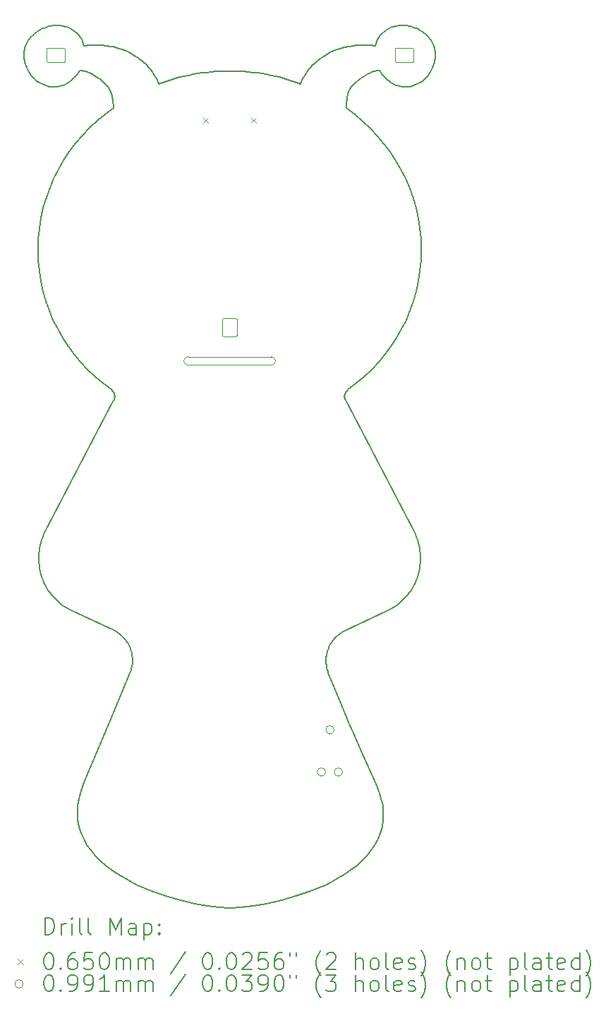
<source format=gbr>
%TF.GenerationSoftware,KiCad,Pcbnew,8.0.8*%
%TF.CreationDate,2025-01-29T17:43:01+00:00*%
%TF.ProjectId,mariposa,6d617269-706f-4736-912e-6b696361645f,2.0*%
%TF.SameCoordinates,Original*%
%TF.FileFunction,Drillmap*%
%TF.FilePolarity,Positive*%
%FSLAX45Y45*%
G04 Gerber Fmt 4.5, Leading zero omitted, Abs format (unit mm)*
G04 Created by KiCad (PCBNEW 8.0.8) date 2025-01-29 17:43:01*
%MOMM*%
%LPD*%
G01*
G04 APERTURE LIST*
%ADD10C,0.050000*%
%ADD11C,0.201083*%
%ADD12C,0.200000*%
%ADD13C,0.100000*%
G04 APERTURE END LIST*
D10*
X14450000Y-7630000D02*
G75*
G02*
X14500000Y-7580000I50000J0D01*
G01*
X14500000Y-7680000D02*
G75*
G02*
X14450000Y-7630000I0J50000D01*
G01*
D11*
X17089496Y-3604584D02*
X17109403Y-3605977D01*
X17129287Y-3608326D01*
X17149095Y-3611617D01*
X17168777Y-3615833D01*
X17188281Y-3620962D01*
X17207555Y-3626987D01*
X17226547Y-3633894D01*
X17245206Y-3641669D01*
X17263480Y-3650296D01*
X17281318Y-3659761D01*
X17298668Y-3670048D01*
X17315478Y-3681143D01*
X17331697Y-3693032D01*
X17347273Y-3705699D01*
X17362154Y-3719129D01*
X17376289Y-3733308D01*
X17389627Y-3748221D01*
X17402115Y-3763853D01*
X17413702Y-3780190D01*
X17424336Y-3797215D01*
X17433966Y-3814916D01*
X17442540Y-3833276D01*
X17450007Y-3852281D01*
X17456790Y-3873634D01*
X17462016Y-3895188D01*
X17465726Y-3916884D01*
X17467962Y-3938663D01*
X17468765Y-3960465D01*
X17468176Y-3982232D01*
X17466237Y-4003904D01*
X17462989Y-4025422D01*
X17458474Y-4046727D01*
X17452733Y-4067761D01*
X17445807Y-4088463D01*
X17437737Y-4108774D01*
X17428566Y-4128637D01*
X17418334Y-4147990D01*
X17407084Y-4166776D01*
X17394855Y-4184935D01*
X17381690Y-4202408D01*
X17367630Y-4219136D01*
X17352716Y-4235060D01*
X17336990Y-4250120D01*
X17320494Y-4264258D01*
X17303268Y-4277414D01*
X17285353Y-4289529D01*
X17266792Y-4300544D01*
X17247626Y-4310400D01*
X17227896Y-4319038D01*
X17207643Y-4326399D01*
X17186909Y-4332423D01*
X17165736Y-4337052D01*
X17144164Y-4340226D01*
X17122235Y-4341885D01*
X17099990Y-4341972D01*
X17080898Y-4340812D01*
X17062472Y-4338627D01*
X17044709Y-4335488D01*
X17027605Y-4331464D01*
X17011155Y-4326625D01*
X16995357Y-4321039D01*
X16980205Y-4314778D01*
X16965696Y-4307910D01*
X16951825Y-4300504D01*
X16938590Y-4292631D01*
X16925986Y-4284361D01*
X16914008Y-4275761D01*
X16891919Y-4257856D01*
X16872289Y-4239473D01*
X16855088Y-4221167D01*
X16840283Y-4203497D01*
X16827843Y-4187017D01*
X16817736Y-4172286D01*
X16804395Y-4150294D01*
X16800004Y-4141974D01*
X16793662Y-4142528D01*
X16785999Y-4143533D01*
X16775574Y-4145300D01*
X16762563Y-4148036D01*
X16747143Y-4151949D01*
X16729488Y-4157246D01*
X16709775Y-4164136D01*
X16688178Y-4172826D01*
X16676728Y-4177910D01*
X16664873Y-4183523D01*
X16652635Y-4189689D01*
X16640036Y-4196435D01*
X16627098Y-4203787D01*
X16613843Y-4211771D01*
X16600292Y-4220412D01*
X16586469Y-4229736D01*
X16572393Y-4239770D01*
X16558089Y-4250540D01*
X16543577Y-4262071D01*
X16528879Y-4274389D01*
X16514018Y-4287520D01*
X16499015Y-4301491D01*
X16490607Y-4309799D01*
X16482718Y-4318145D01*
X16475332Y-4326530D01*
X16468431Y-4334957D01*
X16461996Y-4343428D01*
X16456010Y-4351944D01*
X16450455Y-4360508D01*
X16445315Y-4369122D01*
X16436203Y-4386504D01*
X16428534Y-4404109D01*
X16422165Y-4421950D01*
X16416955Y-4440044D01*
X16412761Y-4458405D01*
X16409443Y-4477051D01*
X16406859Y-4495996D01*
X16404867Y-4515257D01*
X16402091Y-4554785D01*
X16399982Y-4595761D01*
X16500254Y-4671898D01*
X16595741Y-4753072D01*
X16686210Y-4839068D01*
X16771429Y-4929667D01*
X16851166Y-5024655D01*
X16925188Y-5123813D01*
X16993263Y-5226926D01*
X17055159Y-5333776D01*
X17110644Y-5444148D01*
X17159484Y-5557823D01*
X17201448Y-5674587D01*
X17236303Y-5794221D01*
X17263817Y-5916510D01*
X17283757Y-6041237D01*
X17290815Y-6104447D01*
X17295892Y-6168185D01*
X17298960Y-6232424D01*
X17299989Y-6297137D01*
X17296067Y-6425224D01*
X17284433Y-6550978D01*
X17265282Y-6674235D01*
X17238809Y-6794828D01*
X17205211Y-6912592D01*
X17164683Y-7027361D01*
X17117420Y-7138970D01*
X17063620Y-7247253D01*
X17003476Y-7352044D01*
X16937185Y-7453178D01*
X16864942Y-7550490D01*
X16786944Y-7643813D01*
X16703386Y-7732981D01*
X16614463Y-7817831D01*
X16520371Y-7898195D01*
X16421307Y-7973908D01*
X16417588Y-7976695D01*
X16414031Y-7979624D01*
X16410640Y-7982689D01*
X16407414Y-7985884D01*
X16404356Y-7989201D01*
X16401467Y-7992634D01*
X16398749Y-7996177D01*
X16396203Y-7999823D01*
X16393831Y-8003566D01*
X16391634Y-8007400D01*
X16389614Y-8011316D01*
X16387772Y-8015310D01*
X16386111Y-8019375D01*
X16384631Y-8023504D01*
X16383334Y-8027690D01*
X16382221Y-8031928D01*
X16381295Y-8036210D01*
X16380557Y-8040530D01*
X16380008Y-8044881D01*
X16379650Y-8049258D01*
X16379484Y-8053653D01*
X16379512Y-8058060D01*
X16379735Y-8062473D01*
X16380156Y-8066884D01*
X16380775Y-8071288D01*
X16381594Y-8075678D01*
X16382615Y-8080048D01*
X16383839Y-8084390D01*
X16385268Y-8088699D01*
X16386904Y-8092967D01*
X16388747Y-8097189D01*
X16390800Y-8101358D01*
X17211538Y-9674756D01*
X17227250Y-9706837D01*
X17241245Y-9739524D01*
X17253516Y-9772751D01*
X17264060Y-9806450D01*
X17272870Y-9840554D01*
X17279941Y-9874995D01*
X17285270Y-9909706D01*
X17288849Y-9944620D01*
X17290675Y-9979670D01*
X17290743Y-10014788D01*
X17289046Y-10049907D01*
X17285580Y-10084959D01*
X17280340Y-10119878D01*
X17273321Y-10154595D01*
X17264517Y-10189044D01*
X17253924Y-10223157D01*
X17241602Y-10256686D01*
X17227655Y-10289393D01*
X17212129Y-10321228D01*
X17195067Y-10352141D01*
X17176514Y-10382082D01*
X17156517Y-10410999D01*
X17135119Y-10438844D01*
X17112366Y-10465565D01*
X17088303Y-10491113D01*
X17062974Y-10515437D01*
X17036425Y-10538487D01*
X17008700Y-10560212D01*
X16979845Y-10580563D01*
X16949905Y-10599489D01*
X16918924Y-10616939D01*
X16886947Y-10632864D01*
X16388261Y-10865592D01*
X16370624Y-10874350D01*
X16353598Y-10883859D01*
X16337195Y-10894092D01*
X16321427Y-10905018D01*
X16306305Y-10916609D01*
X16291842Y-10928835D01*
X16278048Y-10941667D01*
X16264935Y-10955077D01*
X16252516Y-10969034D01*
X16240801Y-10983510D01*
X16229803Y-10998476D01*
X16219533Y-11013901D01*
X16210002Y-11029758D01*
X16201223Y-11046017D01*
X16193207Y-11062648D01*
X16185966Y-11079623D01*
X16179512Y-11096912D01*
X16173855Y-11114487D01*
X16169008Y-11132317D01*
X16164983Y-11150374D01*
X16161791Y-11168629D01*
X16159444Y-11187052D01*
X16157954Y-11205614D01*
X16157331Y-11224286D01*
X16157589Y-11243039D01*
X16158737Y-11261844D01*
X16160790Y-11280671D01*
X16163757Y-11299491D01*
X16167650Y-11318275D01*
X16172482Y-11336995D01*
X16178264Y-11355620D01*
X16185008Y-11374121D01*
X16297874Y-11655828D01*
X16434146Y-11984475D01*
X16508957Y-12159323D01*
X16587097Y-12337411D01*
X16667725Y-12515909D01*
X16749999Y-12691984D01*
X16790814Y-12788669D01*
X16819882Y-12881865D01*
X16837762Y-12971600D01*
X16845014Y-13057901D01*
X16842195Y-13140797D01*
X16829863Y-13220315D01*
X16808578Y-13296481D01*
X16778898Y-13369324D01*
X16741380Y-13438871D01*
X16696585Y-13505150D01*
X16645069Y-13568188D01*
X16587393Y-13628012D01*
X16524113Y-13684650D01*
X16455789Y-13738129D01*
X16382978Y-13788478D01*
X16306240Y-13835722D01*
X16226133Y-13879891D01*
X16143216Y-13921010D01*
X16058046Y-13959109D01*
X15971182Y-13994214D01*
X15794608Y-14055552D01*
X15617961Y-14105245D01*
X15445707Y-14143513D01*
X15282316Y-14170574D01*
X15132255Y-14186650D01*
X14999992Y-14191960D01*
X14876518Y-14186650D01*
X14734075Y-14170574D01*
X14577129Y-14143513D01*
X14410148Y-14105245D01*
X14237601Y-14055552D01*
X14063955Y-13994214D01*
X13893679Y-13921010D01*
X13731239Y-13835722D01*
X13654354Y-13788478D01*
X13581103Y-13738129D01*
X13512046Y-13684650D01*
X13447741Y-13628012D01*
X13388745Y-13568188D01*
X13335618Y-13505150D01*
X13288918Y-13438871D01*
X13249204Y-13369324D01*
X13217033Y-13296481D01*
X13192965Y-13220315D01*
X13177558Y-13140797D01*
X13171371Y-13057901D01*
X13174961Y-12971600D01*
X13188888Y-12881865D01*
X13213709Y-12788669D01*
X13249984Y-12691984D01*
X13555298Y-11972036D01*
X13803680Y-11377323D01*
X13810870Y-11358698D01*
X13817073Y-11339930D01*
X13822303Y-11321050D01*
X13826570Y-11302089D01*
X13829886Y-11283076D01*
X13832264Y-11264043D01*
X13833715Y-11245020D01*
X13834251Y-11226037D01*
X13833883Y-11207125D01*
X13832624Y-11188314D01*
X13830486Y-11169635D01*
X13827479Y-11151117D01*
X13823617Y-11132792D01*
X13818910Y-11114690D01*
X13813372Y-11096841D01*
X13807012Y-11079276D01*
X13799845Y-11062025D01*
X13791880Y-11045119D01*
X13783130Y-11028588D01*
X13773608Y-11012463D01*
X13763324Y-10996774D01*
X13752290Y-10981551D01*
X13740519Y-10966825D01*
X13728022Y-10952627D01*
X13714811Y-10938986D01*
X13700898Y-10925933D01*
X13686294Y-10913499D01*
X13671012Y-10901715D01*
X13655064Y-10890610D01*
X13638460Y-10880214D01*
X13621214Y-10870560D01*
X13603336Y-10861676D01*
X13113036Y-10632864D01*
X13081064Y-10616939D01*
X13050086Y-10599489D01*
X13020148Y-10580563D01*
X12991295Y-10560212D01*
X12963571Y-10538487D01*
X12937022Y-10515437D01*
X12911692Y-10491113D01*
X12887628Y-10465565D01*
X12864874Y-10438844D01*
X12843474Y-10410999D01*
X12823475Y-10382082D01*
X12804921Y-10352141D01*
X12787858Y-10321228D01*
X12772329Y-10289393D01*
X12758382Y-10256686D01*
X12746059Y-10223157D01*
X12735466Y-10189044D01*
X12726663Y-10154595D01*
X12719644Y-10119878D01*
X12714404Y-10084959D01*
X12710938Y-10049907D01*
X12709241Y-10014788D01*
X12709308Y-9979670D01*
X12711134Y-9944620D01*
X12714714Y-9909706D01*
X12720042Y-9874995D01*
X12727114Y-9840554D01*
X12735924Y-9806450D01*
X12746467Y-9772751D01*
X12758739Y-9739524D01*
X12772733Y-9706837D01*
X12788445Y-9674756D01*
X13609315Y-8101411D01*
X13611370Y-8097237D01*
X13613215Y-8093010D01*
X13614852Y-8088736D01*
X13616283Y-8084422D01*
X13617508Y-8080075D01*
X13618530Y-8075700D01*
X13619350Y-8071304D01*
X13619970Y-8066894D01*
X13620614Y-8058058D01*
X13620475Y-8049244D01*
X13619565Y-8040505D01*
X13617897Y-8031891D01*
X13615484Y-8023456D01*
X13612337Y-8015252D01*
X13608470Y-8007332D01*
X13603894Y-7999746D01*
X13601344Y-7996095D01*
X13598622Y-7992548D01*
X13595729Y-7989111D01*
X13592667Y-7985790D01*
X13589437Y-7982592D01*
X13586041Y-7979524D01*
X13582480Y-7976592D01*
X13578756Y-7973802D01*
X13479677Y-7898107D01*
X13385574Y-7817760D01*
X13296640Y-7732925D01*
X13213073Y-7643768D01*
X13135067Y-7550455D01*
X13062818Y-7453152D01*
X12996522Y-7352025D01*
X12936374Y-7247240D01*
X12882570Y-7138961D01*
X12835305Y-7027355D01*
X12794775Y-6912589D01*
X12761176Y-6794826D01*
X12734703Y-6674234D01*
X12715551Y-6550978D01*
X12703917Y-6425224D01*
X12699995Y-6297137D01*
X12704118Y-6167774D01*
X12716330Y-6040429D01*
X12736397Y-5915320D01*
X12764084Y-5792667D01*
X12799156Y-5672687D01*
X12841379Y-5555601D01*
X12890518Y-5441626D01*
X12946339Y-5330982D01*
X13008607Y-5223886D01*
X13077088Y-5120559D01*
X13151546Y-5021219D01*
X13231747Y-4926084D01*
X13317458Y-4835374D01*
X13408442Y-4749307D01*
X13504466Y-4668102D01*
X13605294Y-4591977D01*
X13604201Y-4571494D01*
X13602982Y-4551460D01*
X13601509Y-4531847D01*
X13600639Y-4522190D01*
X13599657Y-4512629D01*
X13598472Y-4502551D01*
X13597128Y-4492576D01*
X13595604Y-4482698D01*
X13593883Y-4472915D01*
X13591947Y-4463220D01*
X13589776Y-4453611D01*
X13587352Y-4444082D01*
X13584657Y-4434629D01*
X13581906Y-4425973D01*
X13578893Y-4417376D01*
X13575604Y-4408835D01*
X13572023Y-4400346D01*
X13568137Y-4391908D01*
X13563929Y-4383516D01*
X13559387Y-4375168D01*
X13554494Y-4366860D01*
X13549237Y-4358590D01*
X13543600Y-4350354D01*
X13537570Y-4342149D01*
X13531131Y-4333973D01*
X13524268Y-4325822D01*
X13516968Y-4317694D01*
X13509216Y-4309584D01*
X13500996Y-4301491D01*
X13471127Y-4274389D01*
X13441914Y-4250540D01*
X13413532Y-4229736D01*
X13386156Y-4211771D01*
X13359962Y-4196435D01*
X13335125Y-4183523D01*
X13311821Y-4172826D01*
X13290225Y-4164136D01*
X13270513Y-4157246D01*
X13252859Y-4151949D01*
X13224432Y-4145300D01*
X13206346Y-4142528D01*
X13200005Y-4141974D01*
X13195614Y-4150294D01*
X13190076Y-4159859D01*
X13182269Y-4172286D01*
X13172160Y-4187017D01*
X13159718Y-4203497D01*
X13144911Y-4221167D01*
X13127708Y-4239473D01*
X13118197Y-4248689D01*
X13108076Y-4257856D01*
X13097339Y-4266903D01*
X13085983Y-4275761D01*
X13074005Y-4284361D01*
X13061400Y-4292631D01*
X13048163Y-4300504D01*
X13034292Y-4307910D01*
X13019782Y-4314778D01*
X13004630Y-4321039D01*
X12988830Y-4326625D01*
X12972380Y-4331464D01*
X12955276Y-4335488D01*
X12937512Y-4338627D01*
X12919086Y-4340812D01*
X12899994Y-4341972D01*
X12877749Y-4341885D01*
X12855820Y-4340226D01*
X12834248Y-4337052D01*
X12813075Y-4332423D01*
X12792341Y-4326399D01*
X12772088Y-4319038D01*
X12752358Y-4310400D01*
X12733192Y-4300544D01*
X12714631Y-4289529D01*
X12696717Y-4277414D01*
X12679491Y-4264258D01*
X12662995Y-4250120D01*
X12647270Y-4235060D01*
X12632356Y-4219136D01*
X12618297Y-4202408D01*
X12605133Y-4184935D01*
X12592905Y-4166776D01*
X12581654Y-4147990D01*
X12571424Y-4128637D01*
X12562253Y-4108774D01*
X12554185Y-4088463D01*
X12547260Y-4067761D01*
X12541520Y-4046727D01*
X12537006Y-4025422D01*
X12533760Y-4003904D01*
X12531822Y-3982232D01*
X12531235Y-3960465D01*
X12532040Y-3938663D01*
X12534277Y-3916884D01*
X12537990Y-3895188D01*
X12543218Y-3873634D01*
X12550003Y-3852281D01*
X12557467Y-3833276D01*
X12566039Y-3814916D01*
X12575667Y-3797215D01*
X12586300Y-3780190D01*
X12597885Y-3763853D01*
X12610371Y-3748221D01*
X12623707Y-3733308D01*
X12637841Y-3719129D01*
X12652721Y-3705699D01*
X12668296Y-3693032D01*
X12684514Y-3681143D01*
X12701323Y-3670048D01*
X12718672Y-3659761D01*
X12736509Y-3650296D01*
X12754782Y-3641669D01*
X12773440Y-3633894D01*
X12792432Y-3626987D01*
X12811705Y-3620962D01*
X12831209Y-3615833D01*
X12850890Y-3611617D01*
X12870698Y-3608326D01*
X12890582Y-3605977D01*
X12910488Y-3604584D01*
X12930367Y-3604163D01*
X12950166Y-3604726D01*
X12969833Y-3606291D01*
X12989318Y-3608871D01*
X13008567Y-3612481D01*
X13027530Y-3617136D01*
X13046156Y-3622850D01*
X13064392Y-3629640D01*
X13082186Y-3637519D01*
X13096318Y-3644688D01*
X13109639Y-3652205D01*
X13122172Y-3660032D01*
X13133942Y-3668131D01*
X13144971Y-3676465D01*
X13155285Y-3684996D01*
X13164906Y-3693686D01*
X13173859Y-3702497D01*
X13182167Y-3711392D01*
X13189854Y-3720333D01*
X13196944Y-3729282D01*
X13203460Y-3738202D01*
X13214868Y-3755802D01*
X13224267Y-3772830D01*
X13231848Y-3788986D01*
X13237801Y-3803968D01*
X13242316Y-3817472D01*
X13245584Y-3829199D01*
X13249138Y-3846108D01*
X13249984Y-3852281D01*
X13266212Y-3849684D01*
X13311426Y-3844623D01*
X13343277Y-3842449D01*
X13380423Y-3841196D01*
X13422213Y-3841376D01*
X13467997Y-3843500D01*
X13517125Y-3848082D01*
X13568945Y-3855634D01*
X13595662Y-3860683D01*
X13622808Y-3866667D01*
X13650302Y-3873649D01*
X13678062Y-3881693D01*
X13706008Y-3890865D01*
X13734057Y-3901226D01*
X13762130Y-3912842D01*
X13790144Y-3925777D01*
X13818017Y-3940094D01*
X13845670Y-3955858D01*
X13873020Y-3973132D01*
X13899986Y-3991981D01*
X13922209Y-4008928D01*
X13943625Y-4026491D01*
X13964218Y-4044610D01*
X13983973Y-4063226D01*
X14002874Y-4082280D01*
X14020905Y-4101712D01*
X14038052Y-4121462D01*
X14054298Y-4141471D01*
X14069628Y-4161680D01*
X14084027Y-4182029D01*
X14097479Y-4202459D01*
X14109968Y-4222911D01*
X14121480Y-4243324D01*
X14131998Y-4263640D01*
X14141507Y-4283798D01*
X14149992Y-4303740D01*
X14199580Y-4285937D01*
X14249712Y-4269179D01*
X14300372Y-4253480D01*
X14351544Y-4238855D01*
X14403214Y-4225317D01*
X14455365Y-4212882D01*
X14507983Y-4201563D01*
X14561052Y-4191375D01*
X14614556Y-4182332D01*
X14668481Y-4174448D01*
X14722810Y-4167738D01*
X14777529Y-4162216D01*
X14832622Y-4157896D01*
X14888074Y-4154792D01*
X14943869Y-4152920D01*
X14999992Y-4152292D01*
X15056115Y-4152920D01*
X15111910Y-4154792D01*
X15167362Y-4157896D01*
X15222455Y-4162216D01*
X15277174Y-4167738D01*
X15331504Y-4174448D01*
X15385428Y-4182332D01*
X15438933Y-4191375D01*
X15492002Y-4201563D01*
X15544619Y-4212882D01*
X15596770Y-4225317D01*
X15648440Y-4238855D01*
X15699612Y-4253480D01*
X15750272Y-4269179D01*
X15849992Y-4303740D01*
X15858476Y-4283798D01*
X15867986Y-4263640D01*
X15878504Y-4243324D01*
X15890015Y-4222911D01*
X15902505Y-4202459D01*
X15915956Y-4182029D01*
X15930355Y-4161680D01*
X15945685Y-4141471D01*
X15961931Y-4121462D01*
X15979078Y-4101712D01*
X15997109Y-4082280D01*
X16016010Y-4063226D01*
X16035765Y-4044610D01*
X16056358Y-4026491D01*
X16077774Y-4008928D01*
X16099998Y-3991981D01*
X16126964Y-3973132D01*
X16154314Y-3955858D01*
X16181966Y-3940094D01*
X16209840Y-3925777D01*
X16265926Y-3901226D01*
X16321921Y-3881693D01*
X16377176Y-3866667D01*
X16431038Y-3855634D01*
X16482858Y-3848082D01*
X16531986Y-3843500D01*
X16577770Y-3841376D01*
X16619560Y-3841196D01*
X16688557Y-3844623D01*
X16749999Y-3852281D01*
X16750846Y-3846108D01*
X16752189Y-3838845D01*
X16754400Y-3829199D01*
X16757667Y-3817472D01*
X16762183Y-3803968D01*
X16768136Y-3788986D01*
X16771711Y-3781036D01*
X16775716Y-3772830D01*
X16780177Y-3764406D01*
X16785116Y-3755802D01*
X16790556Y-3747054D01*
X16796523Y-3738202D01*
X16803040Y-3729282D01*
X16810129Y-3720333D01*
X16817816Y-3711392D01*
X16826124Y-3702497D01*
X16835077Y-3693686D01*
X16844698Y-3684996D01*
X16855012Y-3676465D01*
X16866042Y-3668131D01*
X16877811Y-3660032D01*
X16890345Y-3652205D01*
X16903665Y-3644688D01*
X16917797Y-3637519D01*
X16935592Y-3629640D01*
X16953828Y-3622850D01*
X16972453Y-3617136D01*
X16991417Y-3612481D01*
X17010666Y-3608871D01*
X17030151Y-3606291D01*
X17049818Y-3604726D01*
X17069617Y-3604163D01*
X17089496Y-3604584D01*
D10*
X14500000Y-7680000D02*
X15500000Y-7680000D01*
X15550000Y-7630000D02*
G75*
G02*
X15500000Y-7680000I-50000J0D01*
G01*
X15500000Y-7580000D02*
G75*
G02*
X15550000Y-7630000I0J-50000D01*
G01*
X15500000Y-7580000D02*
X14500000Y-7580000D01*
X14925000Y-7118268D02*
X15075000Y-7118268D01*
X14915000Y-7328268D02*
X14915000Y-7128268D01*
X15085000Y-7128268D02*
X15085000Y-7328268D01*
X15075000Y-7338268D02*
X14925000Y-7338268D01*
X14915000Y-7128268D02*
G75*
G02*
X14925000Y-7118268I10000J0D01*
G01*
X15075000Y-7118268D02*
G75*
G02*
X15085000Y-7128268I0J-10000D01*
G01*
X14925000Y-7338268D02*
G75*
G02*
X14915000Y-7328268I0J10000D01*
G01*
X15085000Y-7328268D02*
G75*
G02*
X15075000Y-7338268I-10000J0D01*
G01*
X12802000Y-4035000D02*
X12802000Y-3885000D01*
X13012000Y-4045000D02*
X12812000Y-4045000D01*
X12812000Y-3875000D02*
X13012000Y-3875000D01*
X13022000Y-3885000D02*
X13022000Y-4035000D01*
X12812000Y-4045000D02*
G75*
G02*
X12802000Y-4035000I0J10000D01*
G01*
X12802000Y-3885000D02*
G75*
G02*
X12812000Y-3875000I10000J0D01*
G01*
X13022000Y-4035000D02*
G75*
G02*
X13012000Y-4045000I-10000J0D01*
G01*
X13012000Y-3875000D02*
G75*
G02*
X13022000Y-3885000I0J-10000D01*
G01*
X17205000Y-3885000D02*
X17205000Y-4035000D01*
X16995000Y-3875000D02*
X17195000Y-3875000D01*
X17195000Y-4045000D02*
X16995000Y-4045000D01*
X16985000Y-4035000D02*
X16985000Y-3885000D01*
X17195000Y-3875000D02*
G75*
G02*
X17205000Y-3885000I0J-10000D01*
G01*
X17205000Y-4035000D02*
G75*
G02*
X17195000Y-4045000I-10000J0D01*
G01*
X16985000Y-3885000D02*
G75*
G02*
X16995000Y-3875000I10000J0D01*
G01*
X16995000Y-4045000D02*
G75*
G02*
X16985000Y-4035000I0J10000D01*
G01*
D12*
D13*
X14678500Y-4710693D02*
X14743500Y-4775693D01*
X14743500Y-4710693D02*
X14678500Y-4775693D01*
X15256500Y-4710693D02*
X15321500Y-4775693D01*
X15321500Y-4710693D02*
X15256500Y-4775693D01*
X16151430Y-12564000D02*
G75*
G02*
X16052370Y-12564000I-49530J0D01*
G01*
X16052370Y-12564000D02*
G75*
G02*
X16151430Y-12564000I49530J0D01*
G01*
X16253030Y-12056000D02*
G75*
G02*
X16153970Y-12056000I-49530J0D01*
G01*
X16153970Y-12056000D02*
G75*
G02*
X16253030Y-12056000I49530J0D01*
G01*
X16354630Y-12564000D02*
G75*
G02*
X16255570Y-12564000I-49530J0D01*
G01*
X16255570Y-12564000D02*
G75*
G02*
X16354630Y-12564000I49530J0D01*
G01*
D12*
X12781958Y-14513498D02*
X12781958Y-14313498D01*
X12781958Y-14313498D02*
X12829577Y-14313498D01*
X12829577Y-14313498D02*
X12858148Y-14323022D01*
X12858148Y-14323022D02*
X12877196Y-14342069D01*
X12877196Y-14342069D02*
X12886720Y-14361117D01*
X12886720Y-14361117D02*
X12896244Y-14399212D01*
X12896244Y-14399212D02*
X12896244Y-14427784D01*
X12896244Y-14427784D02*
X12886720Y-14465879D01*
X12886720Y-14465879D02*
X12877196Y-14484926D01*
X12877196Y-14484926D02*
X12858148Y-14503974D01*
X12858148Y-14503974D02*
X12829577Y-14513498D01*
X12829577Y-14513498D02*
X12781958Y-14513498D01*
X12981958Y-14513498D02*
X12981958Y-14380164D01*
X12981958Y-14418260D02*
X12991482Y-14399212D01*
X12991482Y-14399212D02*
X13001005Y-14389688D01*
X13001005Y-14389688D02*
X13020053Y-14380164D01*
X13020053Y-14380164D02*
X13039101Y-14380164D01*
X13105767Y-14513498D02*
X13105767Y-14380164D01*
X13105767Y-14313498D02*
X13096244Y-14323022D01*
X13096244Y-14323022D02*
X13105767Y-14332545D01*
X13105767Y-14332545D02*
X13115291Y-14323022D01*
X13115291Y-14323022D02*
X13105767Y-14313498D01*
X13105767Y-14313498D02*
X13105767Y-14332545D01*
X13229577Y-14513498D02*
X13210529Y-14503974D01*
X13210529Y-14503974D02*
X13201005Y-14484926D01*
X13201005Y-14484926D02*
X13201005Y-14313498D01*
X13334339Y-14513498D02*
X13315291Y-14503974D01*
X13315291Y-14503974D02*
X13305767Y-14484926D01*
X13305767Y-14484926D02*
X13305767Y-14313498D01*
X13562910Y-14513498D02*
X13562910Y-14313498D01*
X13562910Y-14313498D02*
X13629577Y-14456355D01*
X13629577Y-14456355D02*
X13696244Y-14313498D01*
X13696244Y-14313498D02*
X13696244Y-14513498D01*
X13877196Y-14513498D02*
X13877196Y-14408736D01*
X13877196Y-14408736D02*
X13867672Y-14389688D01*
X13867672Y-14389688D02*
X13848625Y-14380164D01*
X13848625Y-14380164D02*
X13810529Y-14380164D01*
X13810529Y-14380164D02*
X13791482Y-14389688D01*
X13877196Y-14503974D02*
X13858148Y-14513498D01*
X13858148Y-14513498D02*
X13810529Y-14513498D01*
X13810529Y-14513498D02*
X13791482Y-14503974D01*
X13791482Y-14503974D02*
X13781958Y-14484926D01*
X13781958Y-14484926D02*
X13781958Y-14465879D01*
X13781958Y-14465879D02*
X13791482Y-14446831D01*
X13791482Y-14446831D02*
X13810529Y-14437307D01*
X13810529Y-14437307D02*
X13858148Y-14437307D01*
X13858148Y-14437307D02*
X13877196Y-14427784D01*
X13972434Y-14380164D02*
X13972434Y-14580164D01*
X13972434Y-14389688D02*
X13991482Y-14380164D01*
X13991482Y-14380164D02*
X14029577Y-14380164D01*
X14029577Y-14380164D02*
X14048625Y-14389688D01*
X14048625Y-14389688D02*
X14058148Y-14399212D01*
X14058148Y-14399212D02*
X14067672Y-14418260D01*
X14067672Y-14418260D02*
X14067672Y-14475403D01*
X14067672Y-14475403D02*
X14058148Y-14494450D01*
X14058148Y-14494450D02*
X14048625Y-14503974D01*
X14048625Y-14503974D02*
X14029577Y-14513498D01*
X14029577Y-14513498D02*
X13991482Y-14513498D01*
X13991482Y-14513498D02*
X13972434Y-14503974D01*
X14153386Y-14494450D02*
X14162910Y-14503974D01*
X14162910Y-14503974D02*
X14153386Y-14513498D01*
X14153386Y-14513498D02*
X14143863Y-14503974D01*
X14143863Y-14503974D02*
X14153386Y-14494450D01*
X14153386Y-14494450D02*
X14153386Y-14513498D01*
X14153386Y-14389688D02*
X14162910Y-14399212D01*
X14162910Y-14399212D02*
X14153386Y-14408736D01*
X14153386Y-14408736D02*
X14143863Y-14399212D01*
X14143863Y-14399212D02*
X14153386Y-14389688D01*
X14153386Y-14389688D02*
X14153386Y-14408736D01*
D13*
X12456181Y-14809514D02*
X12521181Y-14874514D01*
X12521181Y-14809514D02*
X12456181Y-14874514D01*
D12*
X12820053Y-14733498D02*
X12839101Y-14733498D01*
X12839101Y-14733498D02*
X12858148Y-14743022D01*
X12858148Y-14743022D02*
X12867672Y-14752545D01*
X12867672Y-14752545D02*
X12877196Y-14771593D01*
X12877196Y-14771593D02*
X12886720Y-14809688D01*
X12886720Y-14809688D02*
X12886720Y-14857307D01*
X12886720Y-14857307D02*
X12877196Y-14895403D01*
X12877196Y-14895403D02*
X12867672Y-14914450D01*
X12867672Y-14914450D02*
X12858148Y-14923974D01*
X12858148Y-14923974D02*
X12839101Y-14933498D01*
X12839101Y-14933498D02*
X12820053Y-14933498D01*
X12820053Y-14933498D02*
X12801005Y-14923974D01*
X12801005Y-14923974D02*
X12791482Y-14914450D01*
X12791482Y-14914450D02*
X12781958Y-14895403D01*
X12781958Y-14895403D02*
X12772434Y-14857307D01*
X12772434Y-14857307D02*
X12772434Y-14809688D01*
X12772434Y-14809688D02*
X12781958Y-14771593D01*
X12781958Y-14771593D02*
X12791482Y-14752545D01*
X12791482Y-14752545D02*
X12801005Y-14743022D01*
X12801005Y-14743022D02*
X12820053Y-14733498D01*
X12972434Y-14914450D02*
X12981958Y-14923974D01*
X12981958Y-14923974D02*
X12972434Y-14933498D01*
X12972434Y-14933498D02*
X12962910Y-14923974D01*
X12962910Y-14923974D02*
X12972434Y-14914450D01*
X12972434Y-14914450D02*
X12972434Y-14933498D01*
X13153386Y-14733498D02*
X13115291Y-14733498D01*
X13115291Y-14733498D02*
X13096244Y-14743022D01*
X13096244Y-14743022D02*
X13086720Y-14752545D01*
X13086720Y-14752545D02*
X13067672Y-14781117D01*
X13067672Y-14781117D02*
X13058148Y-14819212D01*
X13058148Y-14819212D02*
X13058148Y-14895403D01*
X13058148Y-14895403D02*
X13067672Y-14914450D01*
X13067672Y-14914450D02*
X13077196Y-14923974D01*
X13077196Y-14923974D02*
X13096244Y-14933498D01*
X13096244Y-14933498D02*
X13134339Y-14933498D01*
X13134339Y-14933498D02*
X13153386Y-14923974D01*
X13153386Y-14923974D02*
X13162910Y-14914450D01*
X13162910Y-14914450D02*
X13172434Y-14895403D01*
X13172434Y-14895403D02*
X13172434Y-14847784D01*
X13172434Y-14847784D02*
X13162910Y-14828736D01*
X13162910Y-14828736D02*
X13153386Y-14819212D01*
X13153386Y-14819212D02*
X13134339Y-14809688D01*
X13134339Y-14809688D02*
X13096244Y-14809688D01*
X13096244Y-14809688D02*
X13077196Y-14819212D01*
X13077196Y-14819212D02*
X13067672Y-14828736D01*
X13067672Y-14828736D02*
X13058148Y-14847784D01*
X13353386Y-14733498D02*
X13258148Y-14733498D01*
X13258148Y-14733498D02*
X13248625Y-14828736D01*
X13248625Y-14828736D02*
X13258148Y-14819212D01*
X13258148Y-14819212D02*
X13277196Y-14809688D01*
X13277196Y-14809688D02*
X13324815Y-14809688D01*
X13324815Y-14809688D02*
X13343863Y-14819212D01*
X13343863Y-14819212D02*
X13353386Y-14828736D01*
X13353386Y-14828736D02*
X13362910Y-14847784D01*
X13362910Y-14847784D02*
X13362910Y-14895403D01*
X13362910Y-14895403D02*
X13353386Y-14914450D01*
X13353386Y-14914450D02*
X13343863Y-14923974D01*
X13343863Y-14923974D02*
X13324815Y-14933498D01*
X13324815Y-14933498D02*
X13277196Y-14933498D01*
X13277196Y-14933498D02*
X13258148Y-14923974D01*
X13258148Y-14923974D02*
X13248625Y-14914450D01*
X13486720Y-14733498D02*
X13505767Y-14733498D01*
X13505767Y-14733498D02*
X13524815Y-14743022D01*
X13524815Y-14743022D02*
X13534339Y-14752545D01*
X13534339Y-14752545D02*
X13543863Y-14771593D01*
X13543863Y-14771593D02*
X13553386Y-14809688D01*
X13553386Y-14809688D02*
X13553386Y-14857307D01*
X13553386Y-14857307D02*
X13543863Y-14895403D01*
X13543863Y-14895403D02*
X13534339Y-14914450D01*
X13534339Y-14914450D02*
X13524815Y-14923974D01*
X13524815Y-14923974D02*
X13505767Y-14933498D01*
X13505767Y-14933498D02*
X13486720Y-14933498D01*
X13486720Y-14933498D02*
X13467672Y-14923974D01*
X13467672Y-14923974D02*
X13458148Y-14914450D01*
X13458148Y-14914450D02*
X13448625Y-14895403D01*
X13448625Y-14895403D02*
X13439101Y-14857307D01*
X13439101Y-14857307D02*
X13439101Y-14809688D01*
X13439101Y-14809688D02*
X13448625Y-14771593D01*
X13448625Y-14771593D02*
X13458148Y-14752545D01*
X13458148Y-14752545D02*
X13467672Y-14743022D01*
X13467672Y-14743022D02*
X13486720Y-14733498D01*
X13639101Y-14933498D02*
X13639101Y-14800164D01*
X13639101Y-14819212D02*
X13648625Y-14809688D01*
X13648625Y-14809688D02*
X13667672Y-14800164D01*
X13667672Y-14800164D02*
X13696244Y-14800164D01*
X13696244Y-14800164D02*
X13715291Y-14809688D01*
X13715291Y-14809688D02*
X13724815Y-14828736D01*
X13724815Y-14828736D02*
X13724815Y-14933498D01*
X13724815Y-14828736D02*
X13734339Y-14809688D01*
X13734339Y-14809688D02*
X13753386Y-14800164D01*
X13753386Y-14800164D02*
X13781958Y-14800164D01*
X13781958Y-14800164D02*
X13801006Y-14809688D01*
X13801006Y-14809688D02*
X13810529Y-14828736D01*
X13810529Y-14828736D02*
X13810529Y-14933498D01*
X13905767Y-14933498D02*
X13905767Y-14800164D01*
X13905767Y-14819212D02*
X13915291Y-14809688D01*
X13915291Y-14809688D02*
X13934339Y-14800164D01*
X13934339Y-14800164D02*
X13962910Y-14800164D01*
X13962910Y-14800164D02*
X13981958Y-14809688D01*
X13981958Y-14809688D02*
X13991482Y-14828736D01*
X13991482Y-14828736D02*
X13991482Y-14933498D01*
X13991482Y-14828736D02*
X14001006Y-14809688D01*
X14001006Y-14809688D02*
X14020053Y-14800164D01*
X14020053Y-14800164D02*
X14048625Y-14800164D01*
X14048625Y-14800164D02*
X14067672Y-14809688D01*
X14067672Y-14809688D02*
X14077196Y-14828736D01*
X14077196Y-14828736D02*
X14077196Y-14933498D01*
X14467672Y-14723974D02*
X14296244Y-14981117D01*
X14724815Y-14733498D02*
X14743863Y-14733498D01*
X14743863Y-14733498D02*
X14762910Y-14743022D01*
X14762910Y-14743022D02*
X14772434Y-14752545D01*
X14772434Y-14752545D02*
X14781958Y-14771593D01*
X14781958Y-14771593D02*
X14791482Y-14809688D01*
X14791482Y-14809688D02*
X14791482Y-14857307D01*
X14791482Y-14857307D02*
X14781958Y-14895403D01*
X14781958Y-14895403D02*
X14772434Y-14914450D01*
X14772434Y-14914450D02*
X14762910Y-14923974D01*
X14762910Y-14923974D02*
X14743863Y-14933498D01*
X14743863Y-14933498D02*
X14724815Y-14933498D01*
X14724815Y-14933498D02*
X14705768Y-14923974D01*
X14705768Y-14923974D02*
X14696244Y-14914450D01*
X14696244Y-14914450D02*
X14686720Y-14895403D01*
X14686720Y-14895403D02*
X14677196Y-14857307D01*
X14677196Y-14857307D02*
X14677196Y-14809688D01*
X14677196Y-14809688D02*
X14686720Y-14771593D01*
X14686720Y-14771593D02*
X14696244Y-14752545D01*
X14696244Y-14752545D02*
X14705768Y-14743022D01*
X14705768Y-14743022D02*
X14724815Y-14733498D01*
X14877196Y-14914450D02*
X14886720Y-14923974D01*
X14886720Y-14923974D02*
X14877196Y-14933498D01*
X14877196Y-14933498D02*
X14867672Y-14923974D01*
X14867672Y-14923974D02*
X14877196Y-14914450D01*
X14877196Y-14914450D02*
X14877196Y-14933498D01*
X15010529Y-14733498D02*
X15029577Y-14733498D01*
X15029577Y-14733498D02*
X15048625Y-14743022D01*
X15048625Y-14743022D02*
X15058149Y-14752545D01*
X15058149Y-14752545D02*
X15067672Y-14771593D01*
X15067672Y-14771593D02*
X15077196Y-14809688D01*
X15077196Y-14809688D02*
X15077196Y-14857307D01*
X15077196Y-14857307D02*
X15067672Y-14895403D01*
X15067672Y-14895403D02*
X15058149Y-14914450D01*
X15058149Y-14914450D02*
X15048625Y-14923974D01*
X15048625Y-14923974D02*
X15029577Y-14933498D01*
X15029577Y-14933498D02*
X15010529Y-14933498D01*
X15010529Y-14933498D02*
X14991482Y-14923974D01*
X14991482Y-14923974D02*
X14981958Y-14914450D01*
X14981958Y-14914450D02*
X14972434Y-14895403D01*
X14972434Y-14895403D02*
X14962910Y-14857307D01*
X14962910Y-14857307D02*
X14962910Y-14809688D01*
X14962910Y-14809688D02*
X14972434Y-14771593D01*
X14972434Y-14771593D02*
X14981958Y-14752545D01*
X14981958Y-14752545D02*
X14991482Y-14743022D01*
X14991482Y-14743022D02*
X15010529Y-14733498D01*
X15153387Y-14752545D02*
X15162910Y-14743022D01*
X15162910Y-14743022D02*
X15181958Y-14733498D01*
X15181958Y-14733498D02*
X15229577Y-14733498D01*
X15229577Y-14733498D02*
X15248625Y-14743022D01*
X15248625Y-14743022D02*
X15258149Y-14752545D01*
X15258149Y-14752545D02*
X15267672Y-14771593D01*
X15267672Y-14771593D02*
X15267672Y-14790641D01*
X15267672Y-14790641D02*
X15258149Y-14819212D01*
X15258149Y-14819212D02*
X15143863Y-14933498D01*
X15143863Y-14933498D02*
X15267672Y-14933498D01*
X15448625Y-14733498D02*
X15353387Y-14733498D01*
X15353387Y-14733498D02*
X15343863Y-14828736D01*
X15343863Y-14828736D02*
X15353387Y-14819212D01*
X15353387Y-14819212D02*
X15372434Y-14809688D01*
X15372434Y-14809688D02*
X15420053Y-14809688D01*
X15420053Y-14809688D02*
X15439101Y-14819212D01*
X15439101Y-14819212D02*
X15448625Y-14828736D01*
X15448625Y-14828736D02*
X15458149Y-14847784D01*
X15458149Y-14847784D02*
X15458149Y-14895403D01*
X15458149Y-14895403D02*
X15448625Y-14914450D01*
X15448625Y-14914450D02*
X15439101Y-14923974D01*
X15439101Y-14923974D02*
X15420053Y-14933498D01*
X15420053Y-14933498D02*
X15372434Y-14933498D01*
X15372434Y-14933498D02*
X15353387Y-14923974D01*
X15353387Y-14923974D02*
X15343863Y-14914450D01*
X15629577Y-14733498D02*
X15591482Y-14733498D01*
X15591482Y-14733498D02*
X15572434Y-14743022D01*
X15572434Y-14743022D02*
X15562910Y-14752545D01*
X15562910Y-14752545D02*
X15543863Y-14781117D01*
X15543863Y-14781117D02*
X15534339Y-14819212D01*
X15534339Y-14819212D02*
X15534339Y-14895403D01*
X15534339Y-14895403D02*
X15543863Y-14914450D01*
X15543863Y-14914450D02*
X15553387Y-14923974D01*
X15553387Y-14923974D02*
X15572434Y-14933498D01*
X15572434Y-14933498D02*
X15610530Y-14933498D01*
X15610530Y-14933498D02*
X15629577Y-14923974D01*
X15629577Y-14923974D02*
X15639101Y-14914450D01*
X15639101Y-14914450D02*
X15648625Y-14895403D01*
X15648625Y-14895403D02*
X15648625Y-14847784D01*
X15648625Y-14847784D02*
X15639101Y-14828736D01*
X15639101Y-14828736D02*
X15629577Y-14819212D01*
X15629577Y-14819212D02*
X15610530Y-14809688D01*
X15610530Y-14809688D02*
X15572434Y-14809688D01*
X15572434Y-14809688D02*
X15553387Y-14819212D01*
X15553387Y-14819212D02*
X15543863Y-14828736D01*
X15543863Y-14828736D02*
X15534339Y-14847784D01*
X15724815Y-14733498D02*
X15724815Y-14771593D01*
X15801006Y-14733498D02*
X15801006Y-14771593D01*
X16096244Y-15009688D02*
X16086720Y-15000164D01*
X16086720Y-15000164D02*
X16067672Y-14971593D01*
X16067672Y-14971593D02*
X16058149Y-14952545D01*
X16058149Y-14952545D02*
X16048625Y-14923974D01*
X16048625Y-14923974D02*
X16039101Y-14876355D01*
X16039101Y-14876355D02*
X16039101Y-14838260D01*
X16039101Y-14838260D02*
X16048625Y-14790641D01*
X16048625Y-14790641D02*
X16058149Y-14762069D01*
X16058149Y-14762069D02*
X16067672Y-14743022D01*
X16067672Y-14743022D02*
X16086720Y-14714450D01*
X16086720Y-14714450D02*
X16096244Y-14704926D01*
X16162911Y-14752545D02*
X16172434Y-14743022D01*
X16172434Y-14743022D02*
X16191482Y-14733498D01*
X16191482Y-14733498D02*
X16239101Y-14733498D01*
X16239101Y-14733498D02*
X16258149Y-14743022D01*
X16258149Y-14743022D02*
X16267672Y-14752545D01*
X16267672Y-14752545D02*
X16277196Y-14771593D01*
X16277196Y-14771593D02*
X16277196Y-14790641D01*
X16277196Y-14790641D02*
X16267672Y-14819212D01*
X16267672Y-14819212D02*
X16153387Y-14933498D01*
X16153387Y-14933498D02*
X16277196Y-14933498D01*
X16515292Y-14933498D02*
X16515292Y-14733498D01*
X16601006Y-14933498D02*
X16601006Y-14828736D01*
X16601006Y-14828736D02*
X16591482Y-14809688D01*
X16591482Y-14809688D02*
X16572434Y-14800164D01*
X16572434Y-14800164D02*
X16543863Y-14800164D01*
X16543863Y-14800164D02*
X16524815Y-14809688D01*
X16524815Y-14809688D02*
X16515292Y-14819212D01*
X16724815Y-14933498D02*
X16705768Y-14923974D01*
X16705768Y-14923974D02*
X16696244Y-14914450D01*
X16696244Y-14914450D02*
X16686720Y-14895403D01*
X16686720Y-14895403D02*
X16686720Y-14838260D01*
X16686720Y-14838260D02*
X16696244Y-14819212D01*
X16696244Y-14819212D02*
X16705768Y-14809688D01*
X16705768Y-14809688D02*
X16724815Y-14800164D01*
X16724815Y-14800164D02*
X16753387Y-14800164D01*
X16753387Y-14800164D02*
X16772434Y-14809688D01*
X16772434Y-14809688D02*
X16781958Y-14819212D01*
X16781958Y-14819212D02*
X16791482Y-14838260D01*
X16791482Y-14838260D02*
X16791482Y-14895403D01*
X16791482Y-14895403D02*
X16781958Y-14914450D01*
X16781958Y-14914450D02*
X16772434Y-14923974D01*
X16772434Y-14923974D02*
X16753387Y-14933498D01*
X16753387Y-14933498D02*
X16724815Y-14933498D01*
X16905768Y-14933498D02*
X16886720Y-14923974D01*
X16886720Y-14923974D02*
X16877196Y-14904926D01*
X16877196Y-14904926D02*
X16877196Y-14733498D01*
X17058149Y-14923974D02*
X17039101Y-14933498D01*
X17039101Y-14933498D02*
X17001006Y-14933498D01*
X17001006Y-14933498D02*
X16981958Y-14923974D01*
X16981958Y-14923974D02*
X16972435Y-14904926D01*
X16972435Y-14904926D02*
X16972435Y-14828736D01*
X16972435Y-14828736D02*
X16981958Y-14809688D01*
X16981958Y-14809688D02*
X17001006Y-14800164D01*
X17001006Y-14800164D02*
X17039101Y-14800164D01*
X17039101Y-14800164D02*
X17058149Y-14809688D01*
X17058149Y-14809688D02*
X17067673Y-14828736D01*
X17067673Y-14828736D02*
X17067673Y-14847784D01*
X17067673Y-14847784D02*
X16972435Y-14866831D01*
X17143863Y-14923974D02*
X17162911Y-14933498D01*
X17162911Y-14933498D02*
X17201006Y-14933498D01*
X17201006Y-14933498D02*
X17220054Y-14923974D01*
X17220054Y-14923974D02*
X17229577Y-14904926D01*
X17229577Y-14904926D02*
X17229577Y-14895403D01*
X17229577Y-14895403D02*
X17220054Y-14876355D01*
X17220054Y-14876355D02*
X17201006Y-14866831D01*
X17201006Y-14866831D02*
X17172435Y-14866831D01*
X17172435Y-14866831D02*
X17153387Y-14857307D01*
X17153387Y-14857307D02*
X17143863Y-14838260D01*
X17143863Y-14838260D02*
X17143863Y-14828736D01*
X17143863Y-14828736D02*
X17153387Y-14809688D01*
X17153387Y-14809688D02*
X17172435Y-14800164D01*
X17172435Y-14800164D02*
X17201006Y-14800164D01*
X17201006Y-14800164D02*
X17220054Y-14809688D01*
X17296244Y-15009688D02*
X17305768Y-15000164D01*
X17305768Y-15000164D02*
X17324816Y-14971593D01*
X17324816Y-14971593D02*
X17334339Y-14952545D01*
X17334339Y-14952545D02*
X17343863Y-14923974D01*
X17343863Y-14923974D02*
X17353387Y-14876355D01*
X17353387Y-14876355D02*
X17353387Y-14838260D01*
X17353387Y-14838260D02*
X17343863Y-14790641D01*
X17343863Y-14790641D02*
X17334339Y-14762069D01*
X17334339Y-14762069D02*
X17324816Y-14743022D01*
X17324816Y-14743022D02*
X17305768Y-14714450D01*
X17305768Y-14714450D02*
X17296244Y-14704926D01*
X17658149Y-15009688D02*
X17648625Y-15000164D01*
X17648625Y-15000164D02*
X17629577Y-14971593D01*
X17629577Y-14971593D02*
X17620054Y-14952545D01*
X17620054Y-14952545D02*
X17610530Y-14923974D01*
X17610530Y-14923974D02*
X17601006Y-14876355D01*
X17601006Y-14876355D02*
X17601006Y-14838260D01*
X17601006Y-14838260D02*
X17610530Y-14790641D01*
X17610530Y-14790641D02*
X17620054Y-14762069D01*
X17620054Y-14762069D02*
X17629577Y-14743022D01*
X17629577Y-14743022D02*
X17648625Y-14714450D01*
X17648625Y-14714450D02*
X17658149Y-14704926D01*
X17734339Y-14800164D02*
X17734339Y-14933498D01*
X17734339Y-14819212D02*
X17743863Y-14809688D01*
X17743863Y-14809688D02*
X17762911Y-14800164D01*
X17762911Y-14800164D02*
X17791482Y-14800164D01*
X17791482Y-14800164D02*
X17810530Y-14809688D01*
X17810530Y-14809688D02*
X17820054Y-14828736D01*
X17820054Y-14828736D02*
X17820054Y-14933498D01*
X17943863Y-14933498D02*
X17924816Y-14923974D01*
X17924816Y-14923974D02*
X17915292Y-14914450D01*
X17915292Y-14914450D02*
X17905768Y-14895403D01*
X17905768Y-14895403D02*
X17905768Y-14838260D01*
X17905768Y-14838260D02*
X17915292Y-14819212D01*
X17915292Y-14819212D02*
X17924816Y-14809688D01*
X17924816Y-14809688D02*
X17943863Y-14800164D01*
X17943863Y-14800164D02*
X17972435Y-14800164D01*
X17972435Y-14800164D02*
X17991482Y-14809688D01*
X17991482Y-14809688D02*
X18001006Y-14819212D01*
X18001006Y-14819212D02*
X18010530Y-14838260D01*
X18010530Y-14838260D02*
X18010530Y-14895403D01*
X18010530Y-14895403D02*
X18001006Y-14914450D01*
X18001006Y-14914450D02*
X17991482Y-14923974D01*
X17991482Y-14923974D02*
X17972435Y-14933498D01*
X17972435Y-14933498D02*
X17943863Y-14933498D01*
X18067673Y-14800164D02*
X18143863Y-14800164D01*
X18096244Y-14733498D02*
X18096244Y-14904926D01*
X18096244Y-14904926D02*
X18105768Y-14923974D01*
X18105768Y-14923974D02*
X18124816Y-14933498D01*
X18124816Y-14933498D02*
X18143863Y-14933498D01*
X18362911Y-14800164D02*
X18362911Y-15000164D01*
X18362911Y-14809688D02*
X18381958Y-14800164D01*
X18381958Y-14800164D02*
X18420054Y-14800164D01*
X18420054Y-14800164D02*
X18439101Y-14809688D01*
X18439101Y-14809688D02*
X18448625Y-14819212D01*
X18448625Y-14819212D02*
X18458149Y-14838260D01*
X18458149Y-14838260D02*
X18458149Y-14895403D01*
X18458149Y-14895403D02*
X18448625Y-14914450D01*
X18448625Y-14914450D02*
X18439101Y-14923974D01*
X18439101Y-14923974D02*
X18420054Y-14933498D01*
X18420054Y-14933498D02*
X18381958Y-14933498D01*
X18381958Y-14933498D02*
X18362911Y-14923974D01*
X18572435Y-14933498D02*
X18553387Y-14923974D01*
X18553387Y-14923974D02*
X18543863Y-14904926D01*
X18543863Y-14904926D02*
X18543863Y-14733498D01*
X18734339Y-14933498D02*
X18734339Y-14828736D01*
X18734339Y-14828736D02*
X18724816Y-14809688D01*
X18724816Y-14809688D02*
X18705768Y-14800164D01*
X18705768Y-14800164D02*
X18667673Y-14800164D01*
X18667673Y-14800164D02*
X18648625Y-14809688D01*
X18734339Y-14923974D02*
X18715292Y-14933498D01*
X18715292Y-14933498D02*
X18667673Y-14933498D01*
X18667673Y-14933498D02*
X18648625Y-14923974D01*
X18648625Y-14923974D02*
X18639101Y-14904926D01*
X18639101Y-14904926D02*
X18639101Y-14885879D01*
X18639101Y-14885879D02*
X18648625Y-14866831D01*
X18648625Y-14866831D02*
X18667673Y-14857307D01*
X18667673Y-14857307D02*
X18715292Y-14857307D01*
X18715292Y-14857307D02*
X18734339Y-14847784D01*
X18801006Y-14800164D02*
X18877197Y-14800164D01*
X18829578Y-14733498D02*
X18829578Y-14904926D01*
X18829578Y-14904926D02*
X18839101Y-14923974D01*
X18839101Y-14923974D02*
X18858149Y-14933498D01*
X18858149Y-14933498D02*
X18877197Y-14933498D01*
X19020054Y-14923974D02*
X19001006Y-14933498D01*
X19001006Y-14933498D02*
X18962911Y-14933498D01*
X18962911Y-14933498D02*
X18943863Y-14923974D01*
X18943863Y-14923974D02*
X18934339Y-14904926D01*
X18934339Y-14904926D02*
X18934339Y-14828736D01*
X18934339Y-14828736D02*
X18943863Y-14809688D01*
X18943863Y-14809688D02*
X18962911Y-14800164D01*
X18962911Y-14800164D02*
X19001006Y-14800164D01*
X19001006Y-14800164D02*
X19020054Y-14809688D01*
X19020054Y-14809688D02*
X19029578Y-14828736D01*
X19029578Y-14828736D02*
X19029578Y-14847784D01*
X19029578Y-14847784D02*
X18934339Y-14866831D01*
X19201006Y-14933498D02*
X19201006Y-14733498D01*
X19201006Y-14923974D02*
X19181959Y-14933498D01*
X19181959Y-14933498D02*
X19143863Y-14933498D01*
X19143863Y-14933498D02*
X19124816Y-14923974D01*
X19124816Y-14923974D02*
X19115292Y-14914450D01*
X19115292Y-14914450D02*
X19105768Y-14895403D01*
X19105768Y-14895403D02*
X19105768Y-14838260D01*
X19105768Y-14838260D02*
X19115292Y-14819212D01*
X19115292Y-14819212D02*
X19124816Y-14809688D01*
X19124816Y-14809688D02*
X19143863Y-14800164D01*
X19143863Y-14800164D02*
X19181959Y-14800164D01*
X19181959Y-14800164D02*
X19201006Y-14809688D01*
X19277197Y-15009688D02*
X19286720Y-15000164D01*
X19286720Y-15000164D02*
X19305768Y-14971593D01*
X19305768Y-14971593D02*
X19315292Y-14952545D01*
X19315292Y-14952545D02*
X19324816Y-14923974D01*
X19324816Y-14923974D02*
X19334339Y-14876355D01*
X19334339Y-14876355D02*
X19334339Y-14838260D01*
X19334339Y-14838260D02*
X19324816Y-14790641D01*
X19324816Y-14790641D02*
X19315292Y-14762069D01*
X19315292Y-14762069D02*
X19305768Y-14743022D01*
X19305768Y-14743022D02*
X19286720Y-14714450D01*
X19286720Y-14714450D02*
X19277197Y-14704926D01*
D13*
X12521181Y-15106014D02*
G75*
G02*
X12422121Y-15106014I-49530J0D01*
G01*
X12422121Y-15106014D02*
G75*
G02*
X12521181Y-15106014I49530J0D01*
G01*
D12*
X12820053Y-14997498D02*
X12839101Y-14997498D01*
X12839101Y-14997498D02*
X12858148Y-15007022D01*
X12858148Y-15007022D02*
X12867672Y-15016545D01*
X12867672Y-15016545D02*
X12877196Y-15035593D01*
X12877196Y-15035593D02*
X12886720Y-15073688D01*
X12886720Y-15073688D02*
X12886720Y-15121307D01*
X12886720Y-15121307D02*
X12877196Y-15159403D01*
X12877196Y-15159403D02*
X12867672Y-15178450D01*
X12867672Y-15178450D02*
X12858148Y-15187974D01*
X12858148Y-15187974D02*
X12839101Y-15197498D01*
X12839101Y-15197498D02*
X12820053Y-15197498D01*
X12820053Y-15197498D02*
X12801005Y-15187974D01*
X12801005Y-15187974D02*
X12791482Y-15178450D01*
X12791482Y-15178450D02*
X12781958Y-15159403D01*
X12781958Y-15159403D02*
X12772434Y-15121307D01*
X12772434Y-15121307D02*
X12772434Y-15073688D01*
X12772434Y-15073688D02*
X12781958Y-15035593D01*
X12781958Y-15035593D02*
X12791482Y-15016545D01*
X12791482Y-15016545D02*
X12801005Y-15007022D01*
X12801005Y-15007022D02*
X12820053Y-14997498D01*
X12972434Y-15178450D02*
X12981958Y-15187974D01*
X12981958Y-15187974D02*
X12972434Y-15197498D01*
X12972434Y-15197498D02*
X12962910Y-15187974D01*
X12962910Y-15187974D02*
X12972434Y-15178450D01*
X12972434Y-15178450D02*
X12972434Y-15197498D01*
X13077196Y-15197498D02*
X13115291Y-15197498D01*
X13115291Y-15197498D02*
X13134339Y-15187974D01*
X13134339Y-15187974D02*
X13143863Y-15178450D01*
X13143863Y-15178450D02*
X13162910Y-15149879D01*
X13162910Y-15149879D02*
X13172434Y-15111784D01*
X13172434Y-15111784D02*
X13172434Y-15035593D01*
X13172434Y-15035593D02*
X13162910Y-15016545D01*
X13162910Y-15016545D02*
X13153386Y-15007022D01*
X13153386Y-15007022D02*
X13134339Y-14997498D01*
X13134339Y-14997498D02*
X13096244Y-14997498D01*
X13096244Y-14997498D02*
X13077196Y-15007022D01*
X13077196Y-15007022D02*
X13067672Y-15016545D01*
X13067672Y-15016545D02*
X13058148Y-15035593D01*
X13058148Y-15035593D02*
X13058148Y-15083212D01*
X13058148Y-15083212D02*
X13067672Y-15102260D01*
X13067672Y-15102260D02*
X13077196Y-15111784D01*
X13077196Y-15111784D02*
X13096244Y-15121307D01*
X13096244Y-15121307D02*
X13134339Y-15121307D01*
X13134339Y-15121307D02*
X13153386Y-15111784D01*
X13153386Y-15111784D02*
X13162910Y-15102260D01*
X13162910Y-15102260D02*
X13172434Y-15083212D01*
X13267672Y-15197498D02*
X13305767Y-15197498D01*
X13305767Y-15197498D02*
X13324815Y-15187974D01*
X13324815Y-15187974D02*
X13334339Y-15178450D01*
X13334339Y-15178450D02*
X13353386Y-15149879D01*
X13353386Y-15149879D02*
X13362910Y-15111784D01*
X13362910Y-15111784D02*
X13362910Y-15035593D01*
X13362910Y-15035593D02*
X13353386Y-15016545D01*
X13353386Y-15016545D02*
X13343863Y-15007022D01*
X13343863Y-15007022D02*
X13324815Y-14997498D01*
X13324815Y-14997498D02*
X13286720Y-14997498D01*
X13286720Y-14997498D02*
X13267672Y-15007022D01*
X13267672Y-15007022D02*
X13258148Y-15016545D01*
X13258148Y-15016545D02*
X13248625Y-15035593D01*
X13248625Y-15035593D02*
X13248625Y-15083212D01*
X13248625Y-15083212D02*
X13258148Y-15102260D01*
X13258148Y-15102260D02*
X13267672Y-15111784D01*
X13267672Y-15111784D02*
X13286720Y-15121307D01*
X13286720Y-15121307D02*
X13324815Y-15121307D01*
X13324815Y-15121307D02*
X13343863Y-15111784D01*
X13343863Y-15111784D02*
X13353386Y-15102260D01*
X13353386Y-15102260D02*
X13362910Y-15083212D01*
X13553386Y-15197498D02*
X13439101Y-15197498D01*
X13496244Y-15197498D02*
X13496244Y-14997498D01*
X13496244Y-14997498D02*
X13477196Y-15026069D01*
X13477196Y-15026069D02*
X13458148Y-15045117D01*
X13458148Y-15045117D02*
X13439101Y-15054641D01*
X13639101Y-15197498D02*
X13639101Y-15064164D01*
X13639101Y-15083212D02*
X13648625Y-15073688D01*
X13648625Y-15073688D02*
X13667672Y-15064164D01*
X13667672Y-15064164D02*
X13696244Y-15064164D01*
X13696244Y-15064164D02*
X13715291Y-15073688D01*
X13715291Y-15073688D02*
X13724815Y-15092736D01*
X13724815Y-15092736D02*
X13724815Y-15197498D01*
X13724815Y-15092736D02*
X13734339Y-15073688D01*
X13734339Y-15073688D02*
X13753386Y-15064164D01*
X13753386Y-15064164D02*
X13781958Y-15064164D01*
X13781958Y-15064164D02*
X13801006Y-15073688D01*
X13801006Y-15073688D02*
X13810529Y-15092736D01*
X13810529Y-15092736D02*
X13810529Y-15197498D01*
X13905767Y-15197498D02*
X13905767Y-15064164D01*
X13905767Y-15083212D02*
X13915291Y-15073688D01*
X13915291Y-15073688D02*
X13934339Y-15064164D01*
X13934339Y-15064164D02*
X13962910Y-15064164D01*
X13962910Y-15064164D02*
X13981958Y-15073688D01*
X13981958Y-15073688D02*
X13991482Y-15092736D01*
X13991482Y-15092736D02*
X13991482Y-15197498D01*
X13991482Y-15092736D02*
X14001006Y-15073688D01*
X14001006Y-15073688D02*
X14020053Y-15064164D01*
X14020053Y-15064164D02*
X14048625Y-15064164D01*
X14048625Y-15064164D02*
X14067672Y-15073688D01*
X14067672Y-15073688D02*
X14077196Y-15092736D01*
X14077196Y-15092736D02*
X14077196Y-15197498D01*
X14467672Y-14987974D02*
X14296244Y-15245117D01*
X14724815Y-14997498D02*
X14743863Y-14997498D01*
X14743863Y-14997498D02*
X14762910Y-15007022D01*
X14762910Y-15007022D02*
X14772434Y-15016545D01*
X14772434Y-15016545D02*
X14781958Y-15035593D01*
X14781958Y-15035593D02*
X14791482Y-15073688D01*
X14791482Y-15073688D02*
X14791482Y-15121307D01*
X14791482Y-15121307D02*
X14781958Y-15159403D01*
X14781958Y-15159403D02*
X14772434Y-15178450D01*
X14772434Y-15178450D02*
X14762910Y-15187974D01*
X14762910Y-15187974D02*
X14743863Y-15197498D01*
X14743863Y-15197498D02*
X14724815Y-15197498D01*
X14724815Y-15197498D02*
X14705768Y-15187974D01*
X14705768Y-15187974D02*
X14696244Y-15178450D01*
X14696244Y-15178450D02*
X14686720Y-15159403D01*
X14686720Y-15159403D02*
X14677196Y-15121307D01*
X14677196Y-15121307D02*
X14677196Y-15073688D01*
X14677196Y-15073688D02*
X14686720Y-15035593D01*
X14686720Y-15035593D02*
X14696244Y-15016545D01*
X14696244Y-15016545D02*
X14705768Y-15007022D01*
X14705768Y-15007022D02*
X14724815Y-14997498D01*
X14877196Y-15178450D02*
X14886720Y-15187974D01*
X14886720Y-15187974D02*
X14877196Y-15197498D01*
X14877196Y-15197498D02*
X14867672Y-15187974D01*
X14867672Y-15187974D02*
X14877196Y-15178450D01*
X14877196Y-15178450D02*
X14877196Y-15197498D01*
X15010529Y-14997498D02*
X15029577Y-14997498D01*
X15029577Y-14997498D02*
X15048625Y-15007022D01*
X15048625Y-15007022D02*
X15058149Y-15016545D01*
X15058149Y-15016545D02*
X15067672Y-15035593D01*
X15067672Y-15035593D02*
X15077196Y-15073688D01*
X15077196Y-15073688D02*
X15077196Y-15121307D01*
X15077196Y-15121307D02*
X15067672Y-15159403D01*
X15067672Y-15159403D02*
X15058149Y-15178450D01*
X15058149Y-15178450D02*
X15048625Y-15187974D01*
X15048625Y-15187974D02*
X15029577Y-15197498D01*
X15029577Y-15197498D02*
X15010529Y-15197498D01*
X15010529Y-15197498D02*
X14991482Y-15187974D01*
X14991482Y-15187974D02*
X14981958Y-15178450D01*
X14981958Y-15178450D02*
X14972434Y-15159403D01*
X14972434Y-15159403D02*
X14962910Y-15121307D01*
X14962910Y-15121307D02*
X14962910Y-15073688D01*
X14962910Y-15073688D02*
X14972434Y-15035593D01*
X14972434Y-15035593D02*
X14981958Y-15016545D01*
X14981958Y-15016545D02*
X14991482Y-15007022D01*
X14991482Y-15007022D02*
X15010529Y-14997498D01*
X15143863Y-14997498D02*
X15267672Y-14997498D01*
X15267672Y-14997498D02*
X15201006Y-15073688D01*
X15201006Y-15073688D02*
X15229577Y-15073688D01*
X15229577Y-15073688D02*
X15248625Y-15083212D01*
X15248625Y-15083212D02*
X15258149Y-15092736D01*
X15258149Y-15092736D02*
X15267672Y-15111784D01*
X15267672Y-15111784D02*
X15267672Y-15159403D01*
X15267672Y-15159403D02*
X15258149Y-15178450D01*
X15258149Y-15178450D02*
X15248625Y-15187974D01*
X15248625Y-15187974D02*
X15229577Y-15197498D01*
X15229577Y-15197498D02*
X15172434Y-15197498D01*
X15172434Y-15197498D02*
X15153387Y-15187974D01*
X15153387Y-15187974D02*
X15143863Y-15178450D01*
X15362910Y-15197498D02*
X15401006Y-15197498D01*
X15401006Y-15197498D02*
X15420053Y-15187974D01*
X15420053Y-15187974D02*
X15429577Y-15178450D01*
X15429577Y-15178450D02*
X15448625Y-15149879D01*
X15448625Y-15149879D02*
X15458149Y-15111784D01*
X15458149Y-15111784D02*
X15458149Y-15035593D01*
X15458149Y-15035593D02*
X15448625Y-15016545D01*
X15448625Y-15016545D02*
X15439101Y-15007022D01*
X15439101Y-15007022D02*
X15420053Y-14997498D01*
X15420053Y-14997498D02*
X15381958Y-14997498D01*
X15381958Y-14997498D02*
X15362910Y-15007022D01*
X15362910Y-15007022D02*
X15353387Y-15016545D01*
X15353387Y-15016545D02*
X15343863Y-15035593D01*
X15343863Y-15035593D02*
X15343863Y-15083212D01*
X15343863Y-15083212D02*
X15353387Y-15102260D01*
X15353387Y-15102260D02*
X15362910Y-15111784D01*
X15362910Y-15111784D02*
X15381958Y-15121307D01*
X15381958Y-15121307D02*
X15420053Y-15121307D01*
X15420053Y-15121307D02*
X15439101Y-15111784D01*
X15439101Y-15111784D02*
X15448625Y-15102260D01*
X15448625Y-15102260D02*
X15458149Y-15083212D01*
X15581958Y-14997498D02*
X15601006Y-14997498D01*
X15601006Y-14997498D02*
X15620053Y-15007022D01*
X15620053Y-15007022D02*
X15629577Y-15016545D01*
X15629577Y-15016545D02*
X15639101Y-15035593D01*
X15639101Y-15035593D02*
X15648625Y-15073688D01*
X15648625Y-15073688D02*
X15648625Y-15121307D01*
X15648625Y-15121307D02*
X15639101Y-15159403D01*
X15639101Y-15159403D02*
X15629577Y-15178450D01*
X15629577Y-15178450D02*
X15620053Y-15187974D01*
X15620053Y-15187974D02*
X15601006Y-15197498D01*
X15601006Y-15197498D02*
X15581958Y-15197498D01*
X15581958Y-15197498D02*
X15562910Y-15187974D01*
X15562910Y-15187974D02*
X15553387Y-15178450D01*
X15553387Y-15178450D02*
X15543863Y-15159403D01*
X15543863Y-15159403D02*
X15534339Y-15121307D01*
X15534339Y-15121307D02*
X15534339Y-15073688D01*
X15534339Y-15073688D02*
X15543863Y-15035593D01*
X15543863Y-15035593D02*
X15553387Y-15016545D01*
X15553387Y-15016545D02*
X15562910Y-15007022D01*
X15562910Y-15007022D02*
X15581958Y-14997498D01*
X15724815Y-14997498D02*
X15724815Y-15035593D01*
X15801006Y-14997498D02*
X15801006Y-15035593D01*
X16096244Y-15273688D02*
X16086720Y-15264164D01*
X16086720Y-15264164D02*
X16067672Y-15235593D01*
X16067672Y-15235593D02*
X16058149Y-15216545D01*
X16058149Y-15216545D02*
X16048625Y-15187974D01*
X16048625Y-15187974D02*
X16039101Y-15140355D01*
X16039101Y-15140355D02*
X16039101Y-15102260D01*
X16039101Y-15102260D02*
X16048625Y-15054641D01*
X16048625Y-15054641D02*
X16058149Y-15026069D01*
X16058149Y-15026069D02*
X16067672Y-15007022D01*
X16067672Y-15007022D02*
X16086720Y-14978450D01*
X16086720Y-14978450D02*
X16096244Y-14968926D01*
X16153387Y-14997498D02*
X16277196Y-14997498D01*
X16277196Y-14997498D02*
X16210530Y-15073688D01*
X16210530Y-15073688D02*
X16239101Y-15073688D01*
X16239101Y-15073688D02*
X16258149Y-15083212D01*
X16258149Y-15083212D02*
X16267672Y-15092736D01*
X16267672Y-15092736D02*
X16277196Y-15111784D01*
X16277196Y-15111784D02*
X16277196Y-15159403D01*
X16277196Y-15159403D02*
X16267672Y-15178450D01*
X16267672Y-15178450D02*
X16258149Y-15187974D01*
X16258149Y-15187974D02*
X16239101Y-15197498D01*
X16239101Y-15197498D02*
X16181958Y-15197498D01*
X16181958Y-15197498D02*
X16162911Y-15187974D01*
X16162911Y-15187974D02*
X16153387Y-15178450D01*
X16515292Y-15197498D02*
X16515292Y-14997498D01*
X16601006Y-15197498D02*
X16601006Y-15092736D01*
X16601006Y-15092736D02*
X16591482Y-15073688D01*
X16591482Y-15073688D02*
X16572434Y-15064164D01*
X16572434Y-15064164D02*
X16543863Y-15064164D01*
X16543863Y-15064164D02*
X16524815Y-15073688D01*
X16524815Y-15073688D02*
X16515292Y-15083212D01*
X16724815Y-15197498D02*
X16705768Y-15187974D01*
X16705768Y-15187974D02*
X16696244Y-15178450D01*
X16696244Y-15178450D02*
X16686720Y-15159403D01*
X16686720Y-15159403D02*
X16686720Y-15102260D01*
X16686720Y-15102260D02*
X16696244Y-15083212D01*
X16696244Y-15083212D02*
X16705768Y-15073688D01*
X16705768Y-15073688D02*
X16724815Y-15064164D01*
X16724815Y-15064164D02*
X16753387Y-15064164D01*
X16753387Y-15064164D02*
X16772434Y-15073688D01*
X16772434Y-15073688D02*
X16781958Y-15083212D01*
X16781958Y-15083212D02*
X16791482Y-15102260D01*
X16791482Y-15102260D02*
X16791482Y-15159403D01*
X16791482Y-15159403D02*
X16781958Y-15178450D01*
X16781958Y-15178450D02*
X16772434Y-15187974D01*
X16772434Y-15187974D02*
X16753387Y-15197498D01*
X16753387Y-15197498D02*
X16724815Y-15197498D01*
X16905768Y-15197498D02*
X16886720Y-15187974D01*
X16886720Y-15187974D02*
X16877196Y-15168926D01*
X16877196Y-15168926D02*
X16877196Y-14997498D01*
X17058149Y-15187974D02*
X17039101Y-15197498D01*
X17039101Y-15197498D02*
X17001006Y-15197498D01*
X17001006Y-15197498D02*
X16981958Y-15187974D01*
X16981958Y-15187974D02*
X16972435Y-15168926D01*
X16972435Y-15168926D02*
X16972435Y-15092736D01*
X16972435Y-15092736D02*
X16981958Y-15073688D01*
X16981958Y-15073688D02*
X17001006Y-15064164D01*
X17001006Y-15064164D02*
X17039101Y-15064164D01*
X17039101Y-15064164D02*
X17058149Y-15073688D01*
X17058149Y-15073688D02*
X17067673Y-15092736D01*
X17067673Y-15092736D02*
X17067673Y-15111784D01*
X17067673Y-15111784D02*
X16972435Y-15130831D01*
X17143863Y-15187974D02*
X17162911Y-15197498D01*
X17162911Y-15197498D02*
X17201006Y-15197498D01*
X17201006Y-15197498D02*
X17220054Y-15187974D01*
X17220054Y-15187974D02*
X17229577Y-15168926D01*
X17229577Y-15168926D02*
X17229577Y-15159403D01*
X17229577Y-15159403D02*
X17220054Y-15140355D01*
X17220054Y-15140355D02*
X17201006Y-15130831D01*
X17201006Y-15130831D02*
X17172435Y-15130831D01*
X17172435Y-15130831D02*
X17153387Y-15121307D01*
X17153387Y-15121307D02*
X17143863Y-15102260D01*
X17143863Y-15102260D02*
X17143863Y-15092736D01*
X17143863Y-15092736D02*
X17153387Y-15073688D01*
X17153387Y-15073688D02*
X17172435Y-15064164D01*
X17172435Y-15064164D02*
X17201006Y-15064164D01*
X17201006Y-15064164D02*
X17220054Y-15073688D01*
X17296244Y-15273688D02*
X17305768Y-15264164D01*
X17305768Y-15264164D02*
X17324816Y-15235593D01*
X17324816Y-15235593D02*
X17334339Y-15216545D01*
X17334339Y-15216545D02*
X17343863Y-15187974D01*
X17343863Y-15187974D02*
X17353387Y-15140355D01*
X17353387Y-15140355D02*
X17353387Y-15102260D01*
X17353387Y-15102260D02*
X17343863Y-15054641D01*
X17343863Y-15054641D02*
X17334339Y-15026069D01*
X17334339Y-15026069D02*
X17324816Y-15007022D01*
X17324816Y-15007022D02*
X17305768Y-14978450D01*
X17305768Y-14978450D02*
X17296244Y-14968926D01*
X17658149Y-15273688D02*
X17648625Y-15264164D01*
X17648625Y-15264164D02*
X17629577Y-15235593D01*
X17629577Y-15235593D02*
X17620054Y-15216545D01*
X17620054Y-15216545D02*
X17610530Y-15187974D01*
X17610530Y-15187974D02*
X17601006Y-15140355D01*
X17601006Y-15140355D02*
X17601006Y-15102260D01*
X17601006Y-15102260D02*
X17610530Y-15054641D01*
X17610530Y-15054641D02*
X17620054Y-15026069D01*
X17620054Y-15026069D02*
X17629577Y-15007022D01*
X17629577Y-15007022D02*
X17648625Y-14978450D01*
X17648625Y-14978450D02*
X17658149Y-14968926D01*
X17734339Y-15064164D02*
X17734339Y-15197498D01*
X17734339Y-15083212D02*
X17743863Y-15073688D01*
X17743863Y-15073688D02*
X17762911Y-15064164D01*
X17762911Y-15064164D02*
X17791482Y-15064164D01*
X17791482Y-15064164D02*
X17810530Y-15073688D01*
X17810530Y-15073688D02*
X17820054Y-15092736D01*
X17820054Y-15092736D02*
X17820054Y-15197498D01*
X17943863Y-15197498D02*
X17924816Y-15187974D01*
X17924816Y-15187974D02*
X17915292Y-15178450D01*
X17915292Y-15178450D02*
X17905768Y-15159403D01*
X17905768Y-15159403D02*
X17905768Y-15102260D01*
X17905768Y-15102260D02*
X17915292Y-15083212D01*
X17915292Y-15083212D02*
X17924816Y-15073688D01*
X17924816Y-15073688D02*
X17943863Y-15064164D01*
X17943863Y-15064164D02*
X17972435Y-15064164D01*
X17972435Y-15064164D02*
X17991482Y-15073688D01*
X17991482Y-15073688D02*
X18001006Y-15083212D01*
X18001006Y-15083212D02*
X18010530Y-15102260D01*
X18010530Y-15102260D02*
X18010530Y-15159403D01*
X18010530Y-15159403D02*
X18001006Y-15178450D01*
X18001006Y-15178450D02*
X17991482Y-15187974D01*
X17991482Y-15187974D02*
X17972435Y-15197498D01*
X17972435Y-15197498D02*
X17943863Y-15197498D01*
X18067673Y-15064164D02*
X18143863Y-15064164D01*
X18096244Y-14997498D02*
X18096244Y-15168926D01*
X18096244Y-15168926D02*
X18105768Y-15187974D01*
X18105768Y-15187974D02*
X18124816Y-15197498D01*
X18124816Y-15197498D02*
X18143863Y-15197498D01*
X18362911Y-15064164D02*
X18362911Y-15264164D01*
X18362911Y-15073688D02*
X18381958Y-15064164D01*
X18381958Y-15064164D02*
X18420054Y-15064164D01*
X18420054Y-15064164D02*
X18439101Y-15073688D01*
X18439101Y-15073688D02*
X18448625Y-15083212D01*
X18448625Y-15083212D02*
X18458149Y-15102260D01*
X18458149Y-15102260D02*
X18458149Y-15159403D01*
X18458149Y-15159403D02*
X18448625Y-15178450D01*
X18448625Y-15178450D02*
X18439101Y-15187974D01*
X18439101Y-15187974D02*
X18420054Y-15197498D01*
X18420054Y-15197498D02*
X18381958Y-15197498D01*
X18381958Y-15197498D02*
X18362911Y-15187974D01*
X18572435Y-15197498D02*
X18553387Y-15187974D01*
X18553387Y-15187974D02*
X18543863Y-15168926D01*
X18543863Y-15168926D02*
X18543863Y-14997498D01*
X18734339Y-15197498D02*
X18734339Y-15092736D01*
X18734339Y-15092736D02*
X18724816Y-15073688D01*
X18724816Y-15073688D02*
X18705768Y-15064164D01*
X18705768Y-15064164D02*
X18667673Y-15064164D01*
X18667673Y-15064164D02*
X18648625Y-15073688D01*
X18734339Y-15187974D02*
X18715292Y-15197498D01*
X18715292Y-15197498D02*
X18667673Y-15197498D01*
X18667673Y-15197498D02*
X18648625Y-15187974D01*
X18648625Y-15187974D02*
X18639101Y-15168926D01*
X18639101Y-15168926D02*
X18639101Y-15149879D01*
X18639101Y-15149879D02*
X18648625Y-15130831D01*
X18648625Y-15130831D02*
X18667673Y-15121307D01*
X18667673Y-15121307D02*
X18715292Y-15121307D01*
X18715292Y-15121307D02*
X18734339Y-15111784D01*
X18801006Y-15064164D02*
X18877197Y-15064164D01*
X18829578Y-14997498D02*
X18829578Y-15168926D01*
X18829578Y-15168926D02*
X18839101Y-15187974D01*
X18839101Y-15187974D02*
X18858149Y-15197498D01*
X18858149Y-15197498D02*
X18877197Y-15197498D01*
X19020054Y-15187974D02*
X19001006Y-15197498D01*
X19001006Y-15197498D02*
X18962911Y-15197498D01*
X18962911Y-15197498D02*
X18943863Y-15187974D01*
X18943863Y-15187974D02*
X18934339Y-15168926D01*
X18934339Y-15168926D02*
X18934339Y-15092736D01*
X18934339Y-15092736D02*
X18943863Y-15073688D01*
X18943863Y-15073688D02*
X18962911Y-15064164D01*
X18962911Y-15064164D02*
X19001006Y-15064164D01*
X19001006Y-15064164D02*
X19020054Y-15073688D01*
X19020054Y-15073688D02*
X19029578Y-15092736D01*
X19029578Y-15092736D02*
X19029578Y-15111784D01*
X19029578Y-15111784D02*
X18934339Y-15130831D01*
X19201006Y-15197498D02*
X19201006Y-14997498D01*
X19201006Y-15187974D02*
X19181959Y-15197498D01*
X19181959Y-15197498D02*
X19143863Y-15197498D01*
X19143863Y-15197498D02*
X19124816Y-15187974D01*
X19124816Y-15187974D02*
X19115292Y-15178450D01*
X19115292Y-15178450D02*
X19105768Y-15159403D01*
X19105768Y-15159403D02*
X19105768Y-15102260D01*
X19105768Y-15102260D02*
X19115292Y-15083212D01*
X19115292Y-15083212D02*
X19124816Y-15073688D01*
X19124816Y-15073688D02*
X19143863Y-15064164D01*
X19143863Y-15064164D02*
X19181959Y-15064164D01*
X19181959Y-15064164D02*
X19201006Y-15073688D01*
X19277197Y-15273688D02*
X19286720Y-15264164D01*
X19286720Y-15264164D02*
X19305768Y-15235593D01*
X19305768Y-15235593D02*
X19315292Y-15216545D01*
X19315292Y-15216545D02*
X19324816Y-15187974D01*
X19324816Y-15187974D02*
X19334339Y-15140355D01*
X19334339Y-15140355D02*
X19334339Y-15102260D01*
X19334339Y-15102260D02*
X19324816Y-15054641D01*
X19324816Y-15054641D02*
X19315292Y-15026069D01*
X19315292Y-15026069D02*
X19305768Y-15007022D01*
X19305768Y-15007022D02*
X19286720Y-14978450D01*
X19286720Y-14978450D02*
X19277197Y-14968926D01*
M02*

</source>
